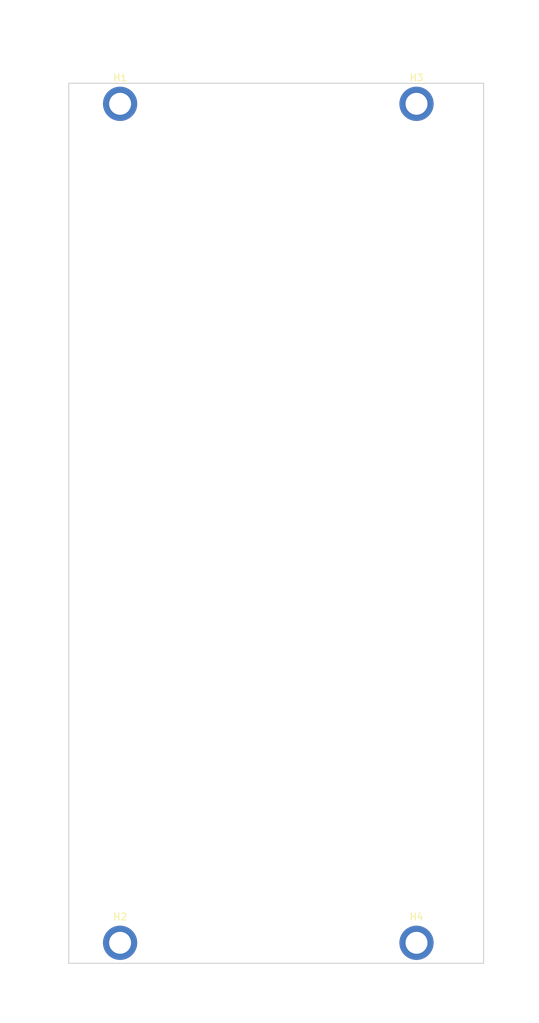
<source format=kicad_pcb>
(kicad_pcb (version 20171130) (host pcbnew 5.1.10)

  (general
    (thickness 1.6)
    (drawings 16)
    (tracks 0)
    (zones 0)
    (modules 4)
    (nets 1)
  )

  (page A4)
  (title_block
    (title "(title)")
    (comment 1 "PCB for panel")
    (comment 2 "(description)")
    (comment 4 "License CC BY 4.0 - Attribution 4.0 International")
  )

  (layers
    (0 F.Cu signal)
    (31 B.Cu signal)
    (32 B.Adhes user)
    (33 F.Adhes user)
    (34 B.Paste user)
    (35 F.Paste user)
    (36 B.SilkS user)
    (37 F.SilkS user)
    (38 B.Mask user)
    (39 F.Mask user)
    (40 Dwgs.User user)
    (41 Cmts.User user)
    (42 Eco1.User user)
    (43 Eco2.User user)
    (44 Edge.Cuts user)
    (45 Margin user)
    (46 B.CrtYd user)
    (47 F.CrtYd user)
    (48 B.Fab user)
    (49 F.Fab user)
  )

  (setup
    (last_trace_width 0.25)
    (trace_clearance 0.2)
    (zone_clearance 0.508)
    (zone_45_only no)
    (trace_min 0.2)
    (via_size 0.8)
    (via_drill 0.4)
    (via_min_size 0.4)
    (via_min_drill 0.3)
    (uvia_size 0.3)
    (uvia_drill 0.1)
    (uvias_allowed no)
    (uvia_min_size 0.2)
    (uvia_min_drill 0.1)
    (edge_width 0.05)
    (segment_width 0.2)
    (pcb_text_width 0.3)
    (pcb_text_size 1.5 1.5)
    (mod_edge_width 0.12)
    (mod_text_size 1 1)
    (mod_text_width 0.15)
    (pad_size 1.524 1.524)
    (pad_drill 0.762)
    (pad_to_mask_clearance 0)
    (aux_axis_origin 0 0)
    (visible_elements FFFFFF7F)
    (pcbplotparams
      (layerselection 0x010fc_ffffffff)
      (usegerberextensions false)
      (usegerberattributes true)
      (usegerberadvancedattributes true)
      (creategerberjobfile true)
      (excludeedgelayer true)
      (linewidth 0.100000)
      (plotframeref false)
      (viasonmask false)
      (mode 1)
      (useauxorigin false)
      (hpglpennumber 1)
      (hpglpenspeed 20)
      (hpglpendiameter 15.000000)
      (psnegative false)
      (psa4output false)
      (plotreference true)
      (plotvalue true)
      (plotinvisibletext false)
      (padsonsilk false)
      (subtractmaskfromsilk false)
      (outputformat 1)
      (mirror false)
      (drillshape 1)
      (scaleselection 1)
      (outputdirectory ""))
  )

  (net 0 "")

  (net_class Default "This is the default net class."
    (clearance 0.2)
    (trace_width 0.25)
    (via_dia 0.8)
    (via_drill 0.4)
    (uvia_dia 0.3)
    (uvia_drill 0.1)
  )

  (module elektrophon:MountingHole_Panel_3.2mm_M3 (layer F.Cu) (tedit 60C777D2) (tstamp 60AD6062)
    (at 101.6 176.3)
    (descr "Mounting Hole 3.2mm, M3, DIN965")
    (tags "mounting hole 3.2mm m3 din965")
    (path /60AD634C)
    (attr virtual)
    (fp_text reference H4 (at 0 -3.8) (layer F.SilkS)
      (effects (font (size 1 1) (thickness 0.15)))
    )
    (fp_text value MountingHole (at 0 3.8) (layer F.Fab)
      (effects (font (size 1 1) (thickness 0.15)))
    )
    (fp_text user %R (at 0.3 0) (layer F.Fab)
      (effects (font (size 1 1) (thickness 0.15)))
    )
    (fp_circle (center 0 0) (end 2.8 0) (layer Cmts.User) (width 0.15))
    (fp_circle (center 0 0) (end 3.05 0) (layer F.CrtYd) (width 0.05))
    (pad 1 connect circle (at 0 0) (size 5 5) (layers B.Cu B.Mask))
    (pad 1 connect circle (at 0 0) (size 5 5) (layers F.Cu F.Mask))
    (pad 1 thru_hole circle (at 0 0) (size 3.6 3.6) (drill 3.2) (layers *.Cu *.Mask))
  )

  (module elektrophon:MountingHole_Panel_3.2mm_M3 (layer F.Cu) (tedit 60C777D2) (tstamp 60AD605A)
    (at 101.6 53.8)
    (descr "Mounting Hole 3.2mm, M3, DIN965")
    (tags "mounting hole 3.2mm m3 din965")
    (path /60AD6346)
    (attr virtual)
    (fp_text reference H3 (at 0 -3.8) (layer F.SilkS)
      (effects (font (size 1 1) (thickness 0.15)))
    )
    (fp_text value MountingHole (at 0 3.8) (layer F.Fab)
      (effects (font (size 1 1) (thickness 0.15)))
    )
    (fp_text user %R (at 0.3 0) (layer F.Fab)
      (effects (font (size 1 1) (thickness 0.15)))
    )
    (fp_circle (center 0 0) (end 2.8 0) (layer Cmts.User) (width 0.15))
    (fp_circle (center 0 0) (end 3.05 0) (layer F.CrtYd) (width 0.05))
    (pad 1 connect circle (at 0 0) (size 5 5) (layers B.Cu B.Mask))
    (pad 1 connect circle (at 0 0) (size 5 5) (layers F.Cu F.Mask))
    (pad 1 thru_hole circle (at 0 0) (size 3.6 3.6) (drill 3.2) (layers *.Cu *.Mask))
  )

  (module elektrophon:MountingHole_Panel_3.2mm_M3 (layer F.Cu) (tedit 60C777D2) (tstamp 6097E813)
    (at 58.3 176.3)
    (descr "Mounting Hole 3.2mm, M3, DIN965")
    (tags "mounting hole 3.2mm m3 din965")
    (path /6097A580)
    (attr virtual)
    (fp_text reference H2 (at 0 -3.8) (layer F.SilkS)
      (effects (font (size 1 1) (thickness 0.15)))
    )
    (fp_text value MountingHole (at 0 3.8) (layer F.Fab)
      (effects (font (size 1 1) (thickness 0.15)))
    )
    (fp_text user %R (at 0.3 0) (layer F.Fab)
      (effects (font (size 1 1) (thickness 0.15)))
    )
    (fp_circle (center 0 0) (end 2.8 0) (layer Cmts.User) (width 0.15))
    (fp_circle (center 0 0) (end 3.05 0) (layer F.CrtYd) (width 0.05))
    (pad 1 connect circle (at 0 0) (size 5 5) (layers B.Cu B.Mask))
    (pad 1 connect circle (at 0 0) (size 5 5) (layers F.Cu F.Mask))
    (pad 1 thru_hole circle (at 0 0) (size 3.6 3.6) (drill 3.2) (layers *.Cu *.Mask))
  )

  (module elektrophon:MountingHole_Panel_3.2mm_M3 (layer F.Cu) (tedit 60C777D2) (tstamp 6097E80B)
    (at 58.3 53.8)
    (descr "Mounting Hole 3.2mm, M3, DIN965")
    (tags "mounting hole 3.2mm m3 din965")
    (path /6097A217)
    (attr virtual)
    (fp_text reference H1 (at 0 -3.8) (layer F.SilkS)
      (effects (font (size 1 1) (thickness 0.15)))
    )
    (fp_text value MountingHole (at 0 3.8) (layer F.Fab)
      (effects (font (size 1 1) (thickness 0.15)))
    )
    (fp_text user %R (at 0.3 0) (layer F.Fab)
      (effects (font (size 1 1) (thickness 0.15)))
    )
    (fp_circle (center 0 0) (end 2.8 0) (layer Cmts.User) (width 0.15))
    (fp_circle (center 0 0) (end 3.05 0) (layer F.CrtYd) (width 0.05))
    (pad 1 connect circle (at 0 0) (size 5 5) (layers B.Cu B.Mask))
    (pad 1 connect circle (at 0 0) (size 5 5) (layers F.Cu F.Mask))
    (pad 1 thru_hole circle (at 0 0) (size 3.6 3.6) (drill 3.2) (layers *.Cu *.Mask))
  )

  (dimension 60.6 (width 0.15) (layer Dwgs.User)
    (gr_text "60.600 mm" (at 81.1 39.34) (layer Dwgs.User)
      (effects (font (size 1 1) (thickness 0.15)))
    )
    (feature1 (pts (xy 111.4 50.8) (xy 111.4 40.053579)))
    (feature2 (pts (xy 50.8 50.8) (xy 50.8 40.053579)))
    (crossbar (pts (xy 50.8 40.64) (xy 111.4 40.64)))
    (arrow1a (pts (xy 111.4 40.64) (xy 110.273496 41.226421)))
    (arrow1b (pts (xy 111.4 40.64) (xy 110.273496 40.053579)))
    (arrow2a (pts (xy 50.8 40.64) (xy 51.926504 41.226421)))
    (arrow2b (pts (xy 50.8 40.64) (xy 51.926504 40.053579)))
  )
  (gr_line (start 101.6 50.8) (end 101.6 187.96) (layer Dwgs.User) (width 0.15) (tstamp 60AD5DC1))
  (gr_text name (at 83.82 53.8) (layer F.Mask)
    (effects (font (size 3 3) (thickness 0.35)))
  )
  (dimension 21.82 (width 0.15) (layer Dwgs.User)
    (gr_text "21.820 mm" (at 44.42 168.39 270) (layer Dwgs.User)
      (effects (font (size 1 1) (thickness 0.15)))
    )
    (feature1 (pts (xy 50.8 179.3) (xy 45.133579 179.3)))
    (feature2 (pts (xy 50.8 157.48) (xy 45.133579 157.48)))
    (crossbar (pts (xy 45.72 157.48) (xy 45.72 179.3)))
    (arrow1a (pts (xy 45.72 179.3) (xy 45.133579 178.173496)))
    (arrow1b (pts (xy 45.72 179.3) (xy 46.306421 178.173496)))
    (arrow2a (pts (xy 45.72 157.48) (xy 45.133579 158.606504)))
    (arrow2b (pts (xy 45.72 157.48) (xy 46.306421 158.606504)))
  )
  (gr_line (start 50.8 157.48) (end 116.84 157.48) (layer Dwgs.User) (width 0.15) (tstamp 6097E920))
  (gr_line (start 50.8 137.16) (end 116.84 137.16) (layer Dwgs.User) (width 0.15) (tstamp 6097E91D))
  (gr_line (start 50.8 116.84) (end 116.84 116.84) (layer Dwgs.User) (width 0.15) (tstamp 6097E917))
  (gr_line (start 50.8 76.2) (end 116.84 76.2) (layer Dwgs.User) (width 0.15) (tstamp 6097E905))
  (gr_line (start 50.8 96.52) (end 116.84 96.52) (layer Dwgs.User) (width 0.15))
  (gr_line (start 81.28 50.8) (end 81.28 187.96) (layer Dwgs.User) (width 0.15))
  (gr_line (start 60.96 50.8) (end 60.96 187.96) (layer Dwgs.User) (width 0.15))
  (dimension 128.5 (width 0.15) (layer Dwgs.User)
    (gr_text "128.500 mm" (at 118.14 115.05 270) (layer Dwgs.User)
      (effects (font (size 1 1) (thickness 0.15)))
    )
    (feature1 (pts (xy 111.42 179.3) (xy 117.426421 179.3)))
    (feature2 (pts (xy 111.42 50.8) (xy 117.426421 50.8)))
    (crossbar (pts (xy 116.84 50.8) (xy 116.84 179.3)))
    (arrow1a (pts (xy 116.84 179.3) (xy 116.253579 178.173496)))
    (arrow1b (pts (xy 116.84 179.3) (xy 117.426421 178.173496)))
    (arrow2a (pts (xy 116.84 50.8) (xy 116.253579 51.926504)))
    (arrow2b (pts (xy 116.84 50.8) (xy 117.426421 51.926504)))
  )
  (gr_line (start 50.8 50.8) (end 50.8 179.3) (layer Edge.Cuts) (width 0.15) (tstamp 60977F7D))
  (gr_line (start 111.4 179.3) (end 50.8 179.3) (layer Edge.Cuts) (width 0.15))
  (gr_line (start 111.4 50.8) (end 111.4 179.3) (layer Edge.Cuts) (width 0.15))
  (gr_line (start 50.8 50.8) (end 111.4 50.8) (layer Edge.Cuts) (width 0.15))

)

</source>
